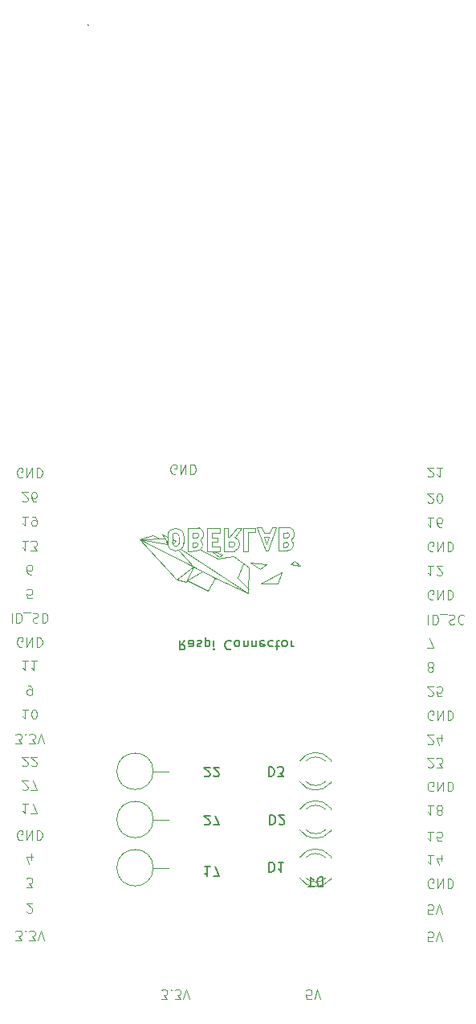
<source format=gbr>
%TF.GenerationSoftware,KiCad,Pcbnew,7.0.8*%
%TF.CreationDate,2025-03-02T05:57:02+01:00*%
%TF.ProjectId,Raspi-Connector,52617370-692d-4436-9f6e-6e6563746f72,rev?*%
%TF.SameCoordinates,Original*%
%TF.FileFunction,Legend,Bot*%
%TF.FilePolarity,Positive*%
%FSLAX46Y46*%
G04 Gerber Fmt 4.6, Leading zero omitted, Abs format (unit mm)*
G04 Created by KiCad (PCBNEW 7.0.8) date 2025-03-02 05:57:02*
%MOMM*%
%LPD*%
G01*
G04 APERTURE LIST*
%ADD10C,0.125000*%
%ADD11C,0.150000*%
%ADD12C,0.050000*%
%ADD13C,0.120000*%
%ADD14C,0.010000*%
G04 APERTURE END LIST*
D10*
X129145806Y-85188880D02*
X128574378Y-85188880D01*
X128860092Y-85188880D02*
X128860092Y-86188880D01*
X128860092Y-86188880D02*
X128764854Y-86046023D01*
X128764854Y-86046023D02*
X128669616Y-85950785D01*
X128669616Y-85950785D02*
X128574378Y-85903166D01*
X129479140Y-86188880D02*
X130098187Y-86188880D01*
X130098187Y-86188880D02*
X129764854Y-85807928D01*
X129764854Y-85807928D02*
X129907711Y-85807928D01*
X129907711Y-85807928D02*
X130002949Y-85760309D01*
X130002949Y-85760309D02*
X130050568Y-85712690D01*
X130050568Y-85712690D02*
X130098187Y-85617452D01*
X130098187Y-85617452D02*
X130098187Y-85379357D01*
X130098187Y-85379357D02*
X130050568Y-85284119D01*
X130050568Y-85284119D02*
X130002949Y-85236500D01*
X130002949Y-85236500D02*
X129907711Y-85188880D01*
X129907711Y-85188880D02*
X129621997Y-85188880D01*
X129621997Y-85188880D02*
X129526759Y-85236500D01*
X129526759Y-85236500D02*
X129479140Y-85284119D01*
X171913140Y-121754261D02*
X171817902Y-121801880D01*
X171817902Y-121801880D02*
X171675045Y-121801880D01*
X171675045Y-121801880D02*
X171532188Y-121754261D01*
X171532188Y-121754261D02*
X171436950Y-121659023D01*
X171436950Y-121659023D02*
X171389331Y-121563785D01*
X171389331Y-121563785D02*
X171341712Y-121373309D01*
X171341712Y-121373309D02*
X171341712Y-121230452D01*
X171341712Y-121230452D02*
X171389331Y-121039976D01*
X171389331Y-121039976D02*
X171436950Y-120944738D01*
X171436950Y-120944738D02*
X171532188Y-120849500D01*
X171532188Y-120849500D02*
X171675045Y-120801880D01*
X171675045Y-120801880D02*
X171770283Y-120801880D01*
X171770283Y-120801880D02*
X171913140Y-120849500D01*
X171913140Y-120849500D02*
X171960759Y-120897119D01*
X171960759Y-120897119D02*
X171960759Y-121230452D01*
X171960759Y-121230452D02*
X171770283Y-121230452D01*
X172389331Y-120801880D02*
X172389331Y-121801880D01*
X172389331Y-121801880D02*
X172960759Y-120801880D01*
X172960759Y-120801880D02*
X172960759Y-121801880D01*
X173436950Y-120801880D02*
X173436950Y-121801880D01*
X173436950Y-121801880D02*
X173675045Y-121801880D01*
X173675045Y-121801880D02*
X173817902Y-121754261D01*
X173817902Y-121754261D02*
X173913140Y-121659023D01*
X173913140Y-121659023D02*
X173960759Y-121563785D01*
X173960759Y-121563785D02*
X174008378Y-121373309D01*
X174008378Y-121373309D02*
X174008378Y-121230452D01*
X174008378Y-121230452D02*
X173960759Y-121039976D01*
X173960759Y-121039976D02*
X173913140Y-120944738D01*
X173913140Y-120944738D02*
X173817902Y-120849500D01*
X173817902Y-120849500D02*
X173675045Y-120801880D01*
X173675045Y-120801880D02*
X173436950Y-120801880D01*
X129145807Y-100438880D02*
X129336283Y-100438880D01*
X129336283Y-100438880D02*
X129431521Y-100486500D01*
X129431521Y-100486500D02*
X129479140Y-100534119D01*
X129479140Y-100534119D02*
X129574378Y-100676976D01*
X129574378Y-100676976D02*
X129621997Y-100867452D01*
X129621997Y-100867452D02*
X129621997Y-101248404D01*
X129621997Y-101248404D02*
X129574378Y-101343642D01*
X129574378Y-101343642D02*
X129526759Y-101391261D01*
X129526759Y-101391261D02*
X129431521Y-101438880D01*
X129431521Y-101438880D02*
X129241045Y-101438880D01*
X129241045Y-101438880D02*
X129145807Y-101391261D01*
X129145807Y-101391261D02*
X129098188Y-101343642D01*
X129098188Y-101343642D02*
X129050569Y-101248404D01*
X129050569Y-101248404D02*
X129050569Y-101010309D01*
X129050569Y-101010309D02*
X129098188Y-100915071D01*
X129098188Y-100915071D02*
X129145807Y-100867452D01*
X129145807Y-100867452D02*
X129241045Y-100819833D01*
X129241045Y-100819833D02*
X129431521Y-100819833D01*
X129431521Y-100819833D02*
X129526759Y-100867452D01*
X129526759Y-100867452D02*
X129574378Y-100915071D01*
X129574378Y-100915071D02*
X129621997Y-101010309D01*
X171913140Y-113041880D02*
X171341712Y-113041880D01*
X171627426Y-113041880D02*
X171627426Y-114041880D01*
X171627426Y-114041880D02*
X171532188Y-113899023D01*
X171532188Y-113899023D02*
X171436950Y-113803785D01*
X171436950Y-113803785D02*
X171341712Y-113756166D01*
X172484569Y-113613309D02*
X172389331Y-113660928D01*
X172389331Y-113660928D02*
X172341712Y-113708547D01*
X172341712Y-113708547D02*
X172294093Y-113803785D01*
X172294093Y-113803785D02*
X172294093Y-113851404D01*
X172294093Y-113851404D02*
X172341712Y-113946642D01*
X172341712Y-113946642D02*
X172389331Y-113994261D01*
X172389331Y-113994261D02*
X172484569Y-114041880D01*
X172484569Y-114041880D02*
X172675045Y-114041880D01*
X172675045Y-114041880D02*
X172770283Y-113994261D01*
X172770283Y-113994261D02*
X172817902Y-113946642D01*
X172817902Y-113946642D02*
X172865521Y-113851404D01*
X172865521Y-113851404D02*
X172865521Y-113803785D01*
X172865521Y-113803785D02*
X172817902Y-113708547D01*
X172817902Y-113708547D02*
X172770283Y-113660928D01*
X172770283Y-113660928D02*
X172675045Y-113613309D01*
X172675045Y-113613309D02*
X172484569Y-113613309D01*
X172484569Y-113613309D02*
X172389331Y-113565690D01*
X172389331Y-113565690D02*
X172341712Y-113518071D01*
X172341712Y-113518071D02*
X172294093Y-113422833D01*
X172294093Y-113422833D02*
X172294093Y-113232357D01*
X172294093Y-113232357D02*
X172341712Y-113137119D01*
X172341712Y-113137119D02*
X172389331Y-113089500D01*
X172389331Y-113089500D02*
X172484569Y-113041880D01*
X172484569Y-113041880D02*
X172675045Y-113041880D01*
X172675045Y-113041880D02*
X172770283Y-113089500D01*
X172770283Y-113089500D02*
X172817902Y-113137119D01*
X172817902Y-113137119D02*
X172865521Y-113232357D01*
X172865521Y-113232357D02*
X172865521Y-113422833D01*
X172865521Y-113422833D02*
X172817902Y-113518071D01*
X172817902Y-113518071D02*
X172770283Y-113565690D01*
X172770283Y-113565690D02*
X172675045Y-113613309D01*
X171913140Y-115831880D02*
X171341712Y-115831880D01*
X171627426Y-115831880D02*
X171627426Y-116831880D01*
X171627426Y-116831880D02*
X171532188Y-116689023D01*
X171532188Y-116689023D02*
X171436950Y-116593785D01*
X171436950Y-116593785D02*
X171341712Y-116546166D01*
X172817902Y-116831880D02*
X172341712Y-116831880D01*
X172341712Y-116831880D02*
X172294093Y-116355690D01*
X172294093Y-116355690D02*
X172341712Y-116403309D01*
X172341712Y-116403309D02*
X172436950Y-116450928D01*
X172436950Y-116450928D02*
X172675045Y-116450928D01*
X172675045Y-116450928D02*
X172770283Y-116403309D01*
X172770283Y-116403309D02*
X172817902Y-116355690D01*
X172817902Y-116355690D02*
X172865521Y-116260452D01*
X172865521Y-116260452D02*
X172865521Y-116022357D01*
X172865521Y-116022357D02*
X172817902Y-115927119D01*
X172817902Y-115927119D02*
X172770283Y-115879500D01*
X172770283Y-115879500D02*
X172675045Y-115831880D01*
X172675045Y-115831880D02*
X172436950Y-115831880D01*
X172436950Y-115831880D02*
X172341712Y-115879500D01*
X172341712Y-115879500D02*
X172294093Y-115927119D01*
X127860093Y-106538880D02*
X128479140Y-106538880D01*
X128479140Y-106538880D02*
X128145807Y-106157928D01*
X128145807Y-106157928D02*
X128288664Y-106157928D01*
X128288664Y-106157928D02*
X128383902Y-106110309D01*
X128383902Y-106110309D02*
X128431521Y-106062690D01*
X128431521Y-106062690D02*
X128479140Y-105967452D01*
X128479140Y-105967452D02*
X128479140Y-105729357D01*
X128479140Y-105729357D02*
X128431521Y-105634119D01*
X128431521Y-105634119D02*
X128383902Y-105586500D01*
X128383902Y-105586500D02*
X128288664Y-105538880D01*
X128288664Y-105538880D02*
X128002950Y-105538880D01*
X128002950Y-105538880D02*
X127907712Y-105586500D01*
X127907712Y-105586500D02*
X127860093Y-105634119D01*
X128907712Y-105634119D02*
X128955331Y-105586500D01*
X128955331Y-105586500D02*
X128907712Y-105538880D01*
X128907712Y-105538880D02*
X128860093Y-105586500D01*
X128860093Y-105586500D02*
X128907712Y-105634119D01*
X128907712Y-105634119D02*
X128907712Y-105538880D01*
X129288664Y-106538880D02*
X129907711Y-106538880D01*
X129907711Y-106538880D02*
X129574378Y-106157928D01*
X129574378Y-106157928D02*
X129717235Y-106157928D01*
X129717235Y-106157928D02*
X129812473Y-106110309D01*
X129812473Y-106110309D02*
X129860092Y-106062690D01*
X129860092Y-106062690D02*
X129907711Y-105967452D01*
X129907711Y-105967452D02*
X129907711Y-105729357D01*
X129907711Y-105729357D02*
X129860092Y-105634119D01*
X129860092Y-105634119D02*
X129812473Y-105586500D01*
X129812473Y-105586500D02*
X129717235Y-105538880D01*
X129717235Y-105538880D02*
X129431521Y-105538880D01*
X129431521Y-105538880D02*
X129336283Y-105586500D01*
X129336283Y-105586500D02*
X129288664Y-105634119D01*
X130193426Y-106538880D02*
X130526759Y-105538880D01*
X130526759Y-105538880D02*
X130860092Y-106538880D01*
X129145806Y-82638880D02*
X128574378Y-82638880D01*
X128860092Y-82638880D02*
X128860092Y-83638880D01*
X128860092Y-83638880D02*
X128764854Y-83496023D01*
X128764854Y-83496023D02*
X128669616Y-83400785D01*
X128669616Y-83400785D02*
X128574378Y-83353166D01*
X129621997Y-82638880D02*
X129812473Y-82638880D01*
X129812473Y-82638880D02*
X129907711Y-82686500D01*
X129907711Y-82686500D02*
X129955330Y-82734119D01*
X129955330Y-82734119D02*
X130050568Y-82876976D01*
X130050568Y-82876976D02*
X130098187Y-83067452D01*
X130098187Y-83067452D02*
X130098187Y-83448404D01*
X130098187Y-83448404D02*
X130050568Y-83543642D01*
X130050568Y-83543642D02*
X130002949Y-83591261D01*
X130002949Y-83591261D02*
X129907711Y-83638880D01*
X129907711Y-83638880D02*
X129717235Y-83638880D01*
X129717235Y-83638880D02*
X129621997Y-83591261D01*
X129621997Y-83591261D02*
X129574378Y-83543642D01*
X129574378Y-83543642D02*
X129526759Y-83448404D01*
X129526759Y-83448404D02*
X129526759Y-83210309D01*
X129526759Y-83210309D02*
X129574378Y-83115071D01*
X129574378Y-83115071D02*
X129621997Y-83067452D01*
X129621997Y-83067452D02*
X129717235Y-83019833D01*
X129717235Y-83019833D02*
X129907711Y-83019833D01*
X129907711Y-83019833D02*
X130002949Y-83067452D01*
X130002949Y-83067452D02*
X130050568Y-83115071D01*
X130050568Y-83115071D02*
X130098187Y-83210309D01*
X129526759Y-118835547D02*
X129526759Y-118168880D01*
X129288664Y-119216500D02*
X129050569Y-118502214D01*
X129050569Y-118502214D02*
X129669616Y-118502214D01*
X171913140Y-87851880D02*
X171341712Y-87851880D01*
X171627426Y-87851880D02*
X171627426Y-88851880D01*
X171627426Y-88851880D02*
X171532188Y-88709023D01*
X171532188Y-88709023D02*
X171436950Y-88613785D01*
X171436950Y-88613785D02*
X171341712Y-88566166D01*
X172294093Y-88756642D02*
X172341712Y-88804261D01*
X172341712Y-88804261D02*
X172436950Y-88851880D01*
X172436950Y-88851880D02*
X172675045Y-88851880D01*
X172675045Y-88851880D02*
X172770283Y-88804261D01*
X172770283Y-88804261D02*
X172817902Y-88756642D01*
X172817902Y-88756642D02*
X172865521Y-88661404D01*
X172865521Y-88661404D02*
X172865521Y-88566166D01*
X172865521Y-88566166D02*
X172817902Y-88423309D01*
X172817902Y-88423309D02*
X172246474Y-87851880D01*
X172246474Y-87851880D02*
X172865521Y-87851880D01*
X144766140Y-78105261D02*
X144670902Y-78152880D01*
X144670902Y-78152880D02*
X144528045Y-78152880D01*
X144528045Y-78152880D02*
X144385188Y-78105261D01*
X144385188Y-78105261D02*
X144289950Y-78010023D01*
X144289950Y-78010023D02*
X144242331Y-77914785D01*
X144242331Y-77914785D02*
X144194712Y-77724309D01*
X144194712Y-77724309D02*
X144194712Y-77581452D01*
X144194712Y-77581452D02*
X144242331Y-77390976D01*
X144242331Y-77390976D02*
X144289950Y-77295738D01*
X144289950Y-77295738D02*
X144385188Y-77200500D01*
X144385188Y-77200500D02*
X144528045Y-77152880D01*
X144528045Y-77152880D02*
X144623283Y-77152880D01*
X144623283Y-77152880D02*
X144766140Y-77200500D01*
X144766140Y-77200500D02*
X144813759Y-77248119D01*
X144813759Y-77248119D02*
X144813759Y-77581452D01*
X144813759Y-77581452D02*
X144623283Y-77581452D01*
X145242331Y-77152880D02*
X145242331Y-78152880D01*
X145242331Y-78152880D02*
X145813759Y-77152880D01*
X145813759Y-77152880D02*
X145813759Y-78152880D01*
X146289950Y-77152880D02*
X146289950Y-78152880D01*
X146289950Y-78152880D02*
X146528045Y-78152880D01*
X146528045Y-78152880D02*
X146670902Y-78105261D01*
X146670902Y-78105261D02*
X146766140Y-78010023D01*
X146766140Y-78010023D02*
X146813759Y-77914785D01*
X146813759Y-77914785D02*
X146861378Y-77724309D01*
X146861378Y-77724309D02*
X146861378Y-77581452D01*
X146861378Y-77581452D02*
X146813759Y-77390976D01*
X146813759Y-77390976D02*
X146766140Y-77295738D01*
X146766140Y-77295738D02*
X146670902Y-77200500D01*
X146670902Y-77200500D02*
X146528045Y-77152880D01*
X146528045Y-77152880D02*
X146289950Y-77152880D01*
X127860093Y-127248880D02*
X128479140Y-127248880D01*
X128479140Y-127248880D02*
X128145807Y-126867928D01*
X128145807Y-126867928D02*
X128288664Y-126867928D01*
X128288664Y-126867928D02*
X128383902Y-126820309D01*
X128383902Y-126820309D02*
X128431521Y-126772690D01*
X128431521Y-126772690D02*
X128479140Y-126677452D01*
X128479140Y-126677452D02*
X128479140Y-126439357D01*
X128479140Y-126439357D02*
X128431521Y-126344119D01*
X128431521Y-126344119D02*
X128383902Y-126296500D01*
X128383902Y-126296500D02*
X128288664Y-126248880D01*
X128288664Y-126248880D02*
X128002950Y-126248880D01*
X128002950Y-126248880D02*
X127907712Y-126296500D01*
X127907712Y-126296500D02*
X127860093Y-126344119D01*
X128907712Y-126344119D02*
X128955331Y-126296500D01*
X128955331Y-126296500D02*
X128907712Y-126248880D01*
X128907712Y-126248880D02*
X128860093Y-126296500D01*
X128860093Y-126296500D02*
X128907712Y-126344119D01*
X128907712Y-126344119D02*
X128907712Y-126248880D01*
X129288664Y-127248880D02*
X129907711Y-127248880D01*
X129907711Y-127248880D02*
X129574378Y-126867928D01*
X129574378Y-126867928D02*
X129717235Y-126867928D01*
X129717235Y-126867928D02*
X129812473Y-126820309D01*
X129812473Y-126820309D02*
X129860092Y-126772690D01*
X129860092Y-126772690D02*
X129907711Y-126677452D01*
X129907711Y-126677452D02*
X129907711Y-126439357D01*
X129907711Y-126439357D02*
X129860092Y-126344119D01*
X129860092Y-126344119D02*
X129812473Y-126296500D01*
X129812473Y-126296500D02*
X129717235Y-126248880D01*
X129717235Y-126248880D02*
X129431521Y-126248880D01*
X129431521Y-126248880D02*
X129336283Y-126296500D01*
X129336283Y-126296500D02*
X129288664Y-126344119D01*
X130193426Y-127248880D02*
X130526759Y-126248880D01*
X130526759Y-126248880D02*
X130860092Y-127248880D01*
X129574378Y-91258880D02*
X129098188Y-91258880D01*
X129098188Y-91258880D02*
X129050569Y-90782690D01*
X129050569Y-90782690D02*
X129098188Y-90830309D01*
X129098188Y-90830309D02*
X129193426Y-90877928D01*
X129193426Y-90877928D02*
X129431521Y-90877928D01*
X129431521Y-90877928D02*
X129526759Y-90830309D01*
X129526759Y-90830309D02*
X129574378Y-90782690D01*
X129574378Y-90782690D02*
X129621997Y-90687452D01*
X129621997Y-90687452D02*
X129621997Y-90449357D01*
X129621997Y-90449357D02*
X129574378Y-90354119D01*
X129574378Y-90354119D02*
X129526759Y-90306500D01*
X129526759Y-90306500D02*
X129431521Y-90258880D01*
X129431521Y-90258880D02*
X129193426Y-90258880D01*
X129193426Y-90258880D02*
X129098188Y-90306500D01*
X129098188Y-90306500D02*
X129050569Y-90354119D01*
D11*
X154613905Y-119069180D02*
X154613905Y-120069180D01*
X154613905Y-120069180D02*
X154852000Y-120069180D01*
X154852000Y-120069180D02*
X154994857Y-120021561D01*
X154994857Y-120021561D02*
X155090095Y-119926323D01*
X155090095Y-119926323D02*
X155137714Y-119831085D01*
X155137714Y-119831085D02*
X155185333Y-119640609D01*
X155185333Y-119640609D02*
X155185333Y-119497752D01*
X155185333Y-119497752D02*
X155137714Y-119307276D01*
X155137714Y-119307276D02*
X155090095Y-119212038D01*
X155090095Y-119212038D02*
X154994857Y-119116800D01*
X154994857Y-119116800D02*
X154852000Y-119069180D01*
X154852000Y-119069180D02*
X154613905Y-119069180D01*
X156137714Y-119069180D02*
X155566286Y-119069180D01*
X155852000Y-119069180D02*
X155852000Y-120069180D01*
X155852000Y-120069180D02*
X155756762Y-119926323D01*
X155756762Y-119926323D02*
X155661524Y-119831085D01*
X155661524Y-119831085D02*
X155566286Y-119783466D01*
D10*
X143227093Y-133462880D02*
X143846140Y-133462880D01*
X143846140Y-133462880D02*
X143512807Y-133081928D01*
X143512807Y-133081928D02*
X143655664Y-133081928D01*
X143655664Y-133081928D02*
X143750902Y-133034309D01*
X143750902Y-133034309D02*
X143798521Y-132986690D01*
X143798521Y-132986690D02*
X143846140Y-132891452D01*
X143846140Y-132891452D02*
X143846140Y-132653357D01*
X143846140Y-132653357D02*
X143798521Y-132558119D01*
X143798521Y-132558119D02*
X143750902Y-132510500D01*
X143750902Y-132510500D02*
X143655664Y-132462880D01*
X143655664Y-132462880D02*
X143369950Y-132462880D01*
X143369950Y-132462880D02*
X143274712Y-132510500D01*
X143274712Y-132510500D02*
X143227093Y-132558119D01*
X144274712Y-132558119D02*
X144322331Y-132510500D01*
X144322331Y-132510500D02*
X144274712Y-132462880D01*
X144274712Y-132462880D02*
X144227093Y-132510500D01*
X144227093Y-132510500D02*
X144274712Y-132558119D01*
X144274712Y-132558119D02*
X144274712Y-132462880D01*
X144655664Y-133462880D02*
X145274711Y-133462880D01*
X145274711Y-133462880D02*
X144941378Y-133081928D01*
X144941378Y-133081928D02*
X145084235Y-133081928D01*
X145084235Y-133081928D02*
X145179473Y-133034309D01*
X145179473Y-133034309D02*
X145227092Y-132986690D01*
X145227092Y-132986690D02*
X145274711Y-132891452D01*
X145274711Y-132891452D02*
X145274711Y-132653357D01*
X145274711Y-132653357D02*
X145227092Y-132558119D01*
X145227092Y-132558119D02*
X145179473Y-132510500D01*
X145179473Y-132510500D02*
X145084235Y-132462880D01*
X145084235Y-132462880D02*
X144798521Y-132462880D01*
X144798521Y-132462880D02*
X144703283Y-132510500D01*
X144703283Y-132510500D02*
X144655664Y-132558119D01*
X145560426Y-133462880D02*
X145893759Y-132462880D01*
X145893759Y-132462880D02*
X146227092Y-133462880D01*
X128574378Y-78491261D02*
X128479140Y-78538880D01*
X128479140Y-78538880D02*
X128336283Y-78538880D01*
X128336283Y-78538880D02*
X128193426Y-78491261D01*
X128193426Y-78491261D02*
X128098188Y-78396023D01*
X128098188Y-78396023D02*
X128050569Y-78300785D01*
X128050569Y-78300785D02*
X128002950Y-78110309D01*
X128002950Y-78110309D02*
X128002950Y-77967452D01*
X128002950Y-77967452D02*
X128050569Y-77776976D01*
X128050569Y-77776976D02*
X128098188Y-77681738D01*
X128098188Y-77681738D02*
X128193426Y-77586500D01*
X128193426Y-77586500D02*
X128336283Y-77538880D01*
X128336283Y-77538880D02*
X128431521Y-77538880D01*
X128431521Y-77538880D02*
X128574378Y-77586500D01*
X128574378Y-77586500D02*
X128621997Y-77634119D01*
X128621997Y-77634119D02*
X128621997Y-77967452D01*
X128621997Y-77967452D02*
X128431521Y-77967452D01*
X129050569Y-77538880D02*
X129050569Y-78538880D01*
X129050569Y-78538880D02*
X129621997Y-77538880D01*
X129621997Y-77538880D02*
X129621997Y-78538880D01*
X130098188Y-77538880D02*
X130098188Y-78538880D01*
X130098188Y-78538880D02*
X130336283Y-78538880D01*
X130336283Y-78538880D02*
X130479140Y-78491261D01*
X130479140Y-78491261D02*
X130574378Y-78396023D01*
X130574378Y-78396023D02*
X130621997Y-78300785D01*
X130621997Y-78300785D02*
X130669616Y-78110309D01*
X130669616Y-78110309D02*
X130669616Y-77967452D01*
X130669616Y-77967452D02*
X130621997Y-77776976D01*
X130621997Y-77776976D02*
X130574378Y-77681738D01*
X130574378Y-77681738D02*
X130479140Y-77586500D01*
X130479140Y-77586500D02*
X130336283Y-77538880D01*
X130336283Y-77538880D02*
X130098188Y-77538880D01*
X127479140Y-92808880D02*
X127479140Y-93808880D01*
X127955330Y-92808880D02*
X127955330Y-93808880D01*
X127955330Y-93808880D02*
X128193425Y-93808880D01*
X128193425Y-93808880D02*
X128336282Y-93761261D01*
X128336282Y-93761261D02*
X128431520Y-93666023D01*
X128431520Y-93666023D02*
X128479139Y-93570785D01*
X128479139Y-93570785D02*
X128526758Y-93380309D01*
X128526758Y-93380309D02*
X128526758Y-93237452D01*
X128526758Y-93237452D02*
X128479139Y-93046976D01*
X128479139Y-93046976D02*
X128431520Y-92951738D01*
X128431520Y-92951738D02*
X128336282Y-92856500D01*
X128336282Y-92856500D02*
X128193425Y-92808880D01*
X128193425Y-92808880D02*
X127955330Y-92808880D01*
X128717235Y-92713642D02*
X129479139Y-92713642D01*
X129669616Y-92856500D02*
X129812473Y-92808880D01*
X129812473Y-92808880D02*
X130050568Y-92808880D01*
X130050568Y-92808880D02*
X130145806Y-92856500D01*
X130145806Y-92856500D02*
X130193425Y-92904119D01*
X130193425Y-92904119D02*
X130241044Y-92999357D01*
X130241044Y-92999357D02*
X130241044Y-93094595D01*
X130241044Y-93094595D02*
X130193425Y-93189833D01*
X130193425Y-93189833D02*
X130145806Y-93237452D01*
X130145806Y-93237452D02*
X130050568Y-93285071D01*
X130050568Y-93285071D02*
X129860092Y-93332690D01*
X129860092Y-93332690D02*
X129764854Y-93380309D01*
X129764854Y-93380309D02*
X129717235Y-93427928D01*
X129717235Y-93427928D02*
X129669616Y-93523166D01*
X129669616Y-93523166D02*
X129669616Y-93618404D01*
X129669616Y-93618404D02*
X129717235Y-93713642D01*
X129717235Y-93713642D02*
X129764854Y-93761261D01*
X129764854Y-93761261D02*
X129860092Y-93808880D01*
X129860092Y-93808880D02*
X130098187Y-93808880D01*
X130098187Y-93808880D02*
X130241044Y-93761261D01*
X130669616Y-92808880D02*
X130669616Y-93808880D01*
X130669616Y-93808880D02*
X130907711Y-93808880D01*
X130907711Y-93808880D02*
X131050568Y-93761261D01*
X131050568Y-93761261D02*
X131145806Y-93666023D01*
X131145806Y-93666023D02*
X131193425Y-93570785D01*
X131193425Y-93570785D02*
X131241044Y-93380309D01*
X131241044Y-93380309D02*
X131241044Y-93237452D01*
X131241044Y-93237452D02*
X131193425Y-93046976D01*
X131193425Y-93046976D02*
X131145806Y-92951738D01*
X131145806Y-92951738D02*
X131050568Y-92856500D01*
X131050568Y-92856500D02*
X130907711Y-92808880D01*
X130907711Y-92808880D02*
X130669616Y-92808880D01*
X171913140Y-118281880D02*
X171341712Y-118281880D01*
X171627426Y-118281880D02*
X171627426Y-119281880D01*
X171627426Y-119281880D02*
X171532188Y-119139023D01*
X171532188Y-119139023D02*
X171436950Y-119043785D01*
X171436950Y-119043785D02*
X171341712Y-118996166D01*
X172770283Y-118948547D02*
X172770283Y-118281880D01*
X172532188Y-119329500D02*
X172294093Y-118615214D01*
X172294093Y-118615214D02*
X172913140Y-118615214D01*
X128574378Y-108853642D02*
X128621997Y-108901261D01*
X128621997Y-108901261D02*
X128717235Y-108948880D01*
X128717235Y-108948880D02*
X128955330Y-108948880D01*
X128955330Y-108948880D02*
X129050568Y-108901261D01*
X129050568Y-108901261D02*
X129098187Y-108853642D01*
X129098187Y-108853642D02*
X129145806Y-108758404D01*
X129145806Y-108758404D02*
X129145806Y-108663166D01*
X129145806Y-108663166D02*
X129098187Y-108520309D01*
X129098187Y-108520309D02*
X128526759Y-107948880D01*
X128526759Y-107948880D02*
X129145806Y-107948880D01*
X129526759Y-108853642D02*
X129574378Y-108901261D01*
X129574378Y-108901261D02*
X129669616Y-108948880D01*
X129669616Y-108948880D02*
X129907711Y-108948880D01*
X129907711Y-108948880D02*
X130002949Y-108901261D01*
X130002949Y-108901261D02*
X130050568Y-108853642D01*
X130050568Y-108853642D02*
X130098187Y-108758404D01*
X130098187Y-108758404D02*
X130098187Y-108663166D01*
X130098187Y-108663166D02*
X130050568Y-108520309D01*
X130050568Y-108520309D02*
X129479140Y-107948880D01*
X129479140Y-107948880D02*
X130098187Y-107948880D01*
X171913140Y-111524261D02*
X171817902Y-111571880D01*
X171817902Y-111571880D02*
X171675045Y-111571880D01*
X171675045Y-111571880D02*
X171532188Y-111524261D01*
X171532188Y-111524261D02*
X171436950Y-111429023D01*
X171436950Y-111429023D02*
X171389331Y-111333785D01*
X171389331Y-111333785D02*
X171341712Y-111143309D01*
X171341712Y-111143309D02*
X171341712Y-111000452D01*
X171341712Y-111000452D02*
X171389331Y-110809976D01*
X171389331Y-110809976D02*
X171436950Y-110714738D01*
X171436950Y-110714738D02*
X171532188Y-110619500D01*
X171532188Y-110619500D02*
X171675045Y-110571880D01*
X171675045Y-110571880D02*
X171770283Y-110571880D01*
X171770283Y-110571880D02*
X171913140Y-110619500D01*
X171913140Y-110619500D02*
X171960759Y-110667119D01*
X171960759Y-110667119D02*
X171960759Y-111000452D01*
X171960759Y-111000452D02*
X171770283Y-111000452D01*
X172389331Y-110571880D02*
X172389331Y-111571880D01*
X172389331Y-111571880D02*
X172960759Y-110571880D01*
X172960759Y-110571880D02*
X172960759Y-111571880D01*
X173436950Y-110571880D02*
X173436950Y-111571880D01*
X173436950Y-111571880D02*
X173675045Y-111571880D01*
X173675045Y-111571880D02*
X173817902Y-111524261D01*
X173817902Y-111524261D02*
X173913140Y-111429023D01*
X173913140Y-111429023D02*
X173960759Y-111333785D01*
X173960759Y-111333785D02*
X174008378Y-111143309D01*
X174008378Y-111143309D02*
X174008378Y-111000452D01*
X174008378Y-111000452D02*
X173960759Y-110809976D01*
X173960759Y-110809976D02*
X173913140Y-110714738D01*
X173913140Y-110714738D02*
X173817902Y-110619500D01*
X173817902Y-110619500D02*
X173675045Y-110571880D01*
X173675045Y-110571880D02*
X173436950Y-110571880D01*
X171865521Y-124481880D02*
X171389331Y-124481880D01*
X171389331Y-124481880D02*
X171341712Y-124005690D01*
X171341712Y-124005690D02*
X171389331Y-124053309D01*
X171389331Y-124053309D02*
X171484569Y-124100928D01*
X171484569Y-124100928D02*
X171722664Y-124100928D01*
X171722664Y-124100928D02*
X171817902Y-124053309D01*
X171817902Y-124053309D02*
X171865521Y-124005690D01*
X171865521Y-124005690D02*
X171913140Y-123910452D01*
X171913140Y-123910452D02*
X171913140Y-123672357D01*
X171913140Y-123672357D02*
X171865521Y-123577119D01*
X171865521Y-123577119D02*
X171817902Y-123529500D01*
X171817902Y-123529500D02*
X171722664Y-123481880D01*
X171722664Y-123481880D02*
X171484569Y-123481880D01*
X171484569Y-123481880D02*
X171389331Y-123529500D01*
X171389331Y-123529500D02*
X171341712Y-123577119D01*
X172198855Y-124481880D02*
X172532188Y-123481880D01*
X172532188Y-123481880D02*
X172865521Y-124481880D01*
X128574378Y-80983642D02*
X128621997Y-81031261D01*
X128621997Y-81031261D02*
X128717235Y-81078880D01*
X128717235Y-81078880D02*
X128955330Y-81078880D01*
X128955330Y-81078880D02*
X129050568Y-81031261D01*
X129050568Y-81031261D02*
X129098187Y-80983642D01*
X129098187Y-80983642D02*
X129145806Y-80888404D01*
X129145806Y-80888404D02*
X129145806Y-80793166D01*
X129145806Y-80793166D02*
X129098187Y-80650309D01*
X129098187Y-80650309D02*
X128526759Y-80078880D01*
X128526759Y-80078880D02*
X129145806Y-80078880D01*
X130002949Y-81078880D02*
X129812473Y-81078880D01*
X129812473Y-81078880D02*
X129717235Y-81031261D01*
X129717235Y-81031261D02*
X129669616Y-80983642D01*
X129669616Y-80983642D02*
X129574378Y-80840785D01*
X129574378Y-80840785D02*
X129526759Y-80650309D01*
X129526759Y-80650309D02*
X129526759Y-80269357D01*
X129526759Y-80269357D02*
X129574378Y-80174119D01*
X129574378Y-80174119D02*
X129621997Y-80126500D01*
X129621997Y-80126500D02*
X129717235Y-80078880D01*
X129717235Y-80078880D02*
X129907711Y-80078880D01*
X129907711Y-80078880D02*
X130002949Y-80126500D01*
X130002949Y-80126500D02*
X130050568Y-80174119D01*
X130050568Y-80174119D02*
X130098187Y-80269357D01*
X130098187Y-80269357D02*
X130098187Y-80507452D01*
X130098187Y-80507452D02*
X130050568Y-80602690D01*
X130050568Y-80602690D02*
X130002949Y-80650309D01*
X130002949Y-80650309D02*
X129907711Y-80697928D01*
X129907711Y-80697928D02*
X129717235Y-80697928D01*
X129717235Y-80697928D02*
X129621997Y-80650309D01*
X129621997Y-80650309D02*
X129574378Y-80602690D01*
X129574378Y-80602690D02*
X129526759Y-80507452D01*
D11*
X154709905Y-114099180D02*
X154709905Y-115099180D01*
X154709905Y-115099180D02*
X154948000Y-115099180D01*
X154948000Y-115099180D02*
X155090857Y-115051561D01*
X155090857Y-115051561D02*
X155186095Y-114956323D01*
X155186095Y-114956323D02*
X155233714Y-114861085D01*
X155233714Y-114861085D02*
X155281333Y-114670609D01*
X155281333Y-114670609D02*
X155281333Y-114527752D01*
X155281333Y-114527752D02*
X155233714Y-114337276D01*
X155233714Y-114337276D02*
X155186095Y-114242038D01*
X155186095Y-114242038D02*
X155090857Y-114146800D01*
X155090857Y-114146800D02*
X154948000Y-114099180D01*
X154948000Y-114099180D02*
X154709905Y-114099180D01*
X155662286Y-115003942D02*
X155709905Y-115051561D01*
X155709905Y-115051561D02*
X155805143Y-115099180D01*
X155805143Y-115099180D02*
X156043238Y-115099180D01*
X156043238Y-115099180D02*
X156138476Y-115051561D01*
X156138476Y-115051561D02*
X156186095Y-115003942D01*
X156186095Y-115003942D02*
X156233714Y-114908704D01*
X156233714Y-114908704D02*
X156233714Y-114813466D01*
X156233714Y-114813466D02*
X156186095Y-114670609D01*
X156186095Y-114670609D02*
X155614667Y-114099180D01*
X155614667Y-114099180D02*
X156233714Y-114099180D01*
D10*
X129526759Y-88738880D02*
X129336283Y-88738880D01*
X129336283Y-88738880D02*
X129241045Y-88691261D01*
X129241045Y-88691261D02*
X129193426Y-88643642D01*
X129193426Y-88643642D02*
X129098188Y-88500785D01*
X129098188Y-88500785D02*
X129050569Y-88310309D01*
X129050569Y-88310309D02*
X129050569Y-87929357D01*
X129050569Y-87929357D02*
X129098188Y-87834119D01*
X129098188Y-87834119D02*
X129145807Y-87786500D01*
X129145807Y-87786500D02*
X129241045Y-87738880D01*
X129241045Y-87738880D02*
X129431521Y-87738880D01*
X129431521Y-87738880D02*
X129526759Y-87786500D01*
X129526759Y-87786500D02*
X129574378Y-87834119D01*
X129574378Y-87834119D02*
X129621997Y-87929357D01*
X129621997Y-87929357D02*
X129621997Y-88167452D01*
X129621997Y-88167452D02*
X129574378Y-88262690D01*
X129574378Y-88262690D02*
X129526759Y-88310309D01*
X129526759Y-88310309D02*
X129431521Y-88357928D01*
X129431521Y-88357928D02*
X129241045Y-88357928D01*
X129241045Y-88357928D02*
X129145807Y-88310309D01*
X129145807Y-88310309D02*
X129098188Y-88262690D01*
X129098188Y-88262690D02*
X129050569Y-88167452D01*
X171913140Y-104024261D02*
X171817902Y-104071880D01*
X171817902Y-104071880D02*
X171675045Y-104071880D01*
X171675045Y-104071880D02*
X171532188Y-104024261D01*
X171532188Y-104024261D02*
X171436950Y-103929023D01*
X171436950Y-103929023D02*
X171389331Y-103833785D01*
X171389331Y-103833785D02*
X171341712Y-103643309D01*
X171341712Y-103643309D02*
X171341712Y-103500452D01*
X171341712Y-103500452D02*
X171389331Y-103309976D01*
X171389331Y-103309976D02*
X171436950Y-103214738D01*
X171436950Y-103214738D02*
X171532188Y-103119500D01*
X171532188Y-103119500D02*
X171675045Y-103071880D01*
X171675045Y-103071880D02*
X171770283Y-103071880D01*
X171770283Y-103071880D02*
X171913140Y-103119500D01*
X171913140Y-103119500D02*
X171960759Y-103167119D01*
X171960759Y-103167119D02*
X171960759Y-103500452D01*
X171960759Y-103500452D02*
X171770283Y-103500452D01*
X172389331Y-103071880D02*
X172389331Y-104071880D01*
X172389331Y-104071880D02*
X172960759Y-103071880D01*
X172960759Y-103071880D02*
X172960759Y-104071880D01*
X173436950Y-103071880D02*
X173436950Y-104071880D01*
X173436950Y-104071880D02*
X173675045Y-104071880D01*
X173675045Y-104071880D02*
X173817902Y-104024261D01*
X173817902Y-104024261D02*
X173913140Y-103929023D01*
X173913140Y-103929023D02*
X173960759Y-103833785D01*
X173960759Y-103833785D02*
X174008378Y-103643309D01*
X174008378Y-103643309D02*
X174008378Y-103500452D01*
X174008378Y-103500452D02*
X173960759Y-103309976D01*
X173960759Y-103309976D02*
X173913140Y-103214738D01*
X173913140Y-103214738D02*
X173817902Y-103119500D01*
X173817902Y-103119500D02*
X173675045Y-103071880D01*
X173675045Y-103071880D02*
X173436950Y-103071880D01*
X171389331Y-92981880D02*
X171389331Y-93981880D01*
X171865521Y-92981880D02*
X171865521Y-93981880D01*
X171865521Y-93981880D02*
X172103616Y-93981880D01*
X172103616Y-93981880D02*
X172246473Y-93934261D01*
X172246473Y-93934261D02*
X172341711Y-93839023D01*
X172341711Y-93839023D02*
X172389330Y-93743785D01*
X172389330Y-93743785D02*
X172436949Y-93553309D01*
X172436949Y-93553309D02*
X172436949Y-93410452D01*
X172436949Y-93410452D02*
X172389330Y-93219976D01*
X172389330Y-93219976D02*
X172341711Y-93124738D01*
X172341711Y-93124738D02*
X172246473Y-93029500D01*
X172246473Y-93029500D02*
X172103616Y-92981880D01*
X172103616Y-92981880D02*
X171865521Y-92981880D01*
X172627426Y-92886642D02*
X173389330Y-92886642D01*
X173579807Y-93029500D02*
X173722664Y-92981880D01*
X173722664Y-92981880D02*
X173960759Y-92981880D01*
X173960759Y-92981880D02*
X174055997Y-93029500D01*
X174055997Y-93029500D02*
X174103616Y-93077119D01*
X174103616Y-93077119D02*
X174151235Y-93172357D01*
X174151235Y-93172357D02*
X174151235Y-93267595D01*
X174151235Y-93267595D02*
X174103616Y-93362833D01*
X174103616Y-93362833D02*
X174055997Y-93410452D01*
X174055997Y-93410452D02*
X173960759Y-93458071D01*
X173960759Y-93458071D02*
X173770283Y-93505690D01*
X173770283Y-93505690D02*
X173675045Y-93553309D01*
X173675045Y-93553309D02*
X173627426Y-93600928D01*
X173627426Y-93600928D02*
X173579807Y-93696166D01*
X173579807Y-93696166D02*
X173579807Y-93791404D01*
X173579807Y-93791404D02*
X173627426Y-93886642D01*
X173627426Y-93886642D02*
X173675045Y-93934261D01*
X173675045Y-93934261D02*
X173770283Y-93981880D01*
X173770283Y-93981880D02*
X174008378Y-93981880D01*
X174008378Y-93981880D02*
X174151235Y-93934261D01*
X175151235Y-93077119D02*
X175103616Y-93029500D01*
X175103616Y-93029500D02*
X174960759Y-92981880D01*
X174960759Y-92981880D02*
X174865521Y-92981880D01*
X174865521Y-92981880D02*
X174722664Y-93029500D01*
X174722664Y-93029500D02*
X174627426Y-93124738D01*
X174627426Y-93124738D02*
X174579807Y-93219976D01*
X174579807Y-93219976D02*
X174532188Y-93410452D01*
X174532188Y-93410452D02*
X174532188Y-93553309D01*
X174532188Y-93553309D02*
X174579807Y-93743785D01*
X174579807Y-93743785D02*
X174627426Y-93839023D01*
X174627426Y-93839023D02*
X174722664Y-93934261D01*
X174722664Y-93934261D02*
X174865521Y-93981880D01*
X174865521Y-93981880D02*
X174960759Y-93981880D01*
X174960759Y-93981880D02*
X175103616Y-93934261D01*
X175103616Y-93934261D02*
X175151235Y-93886642D01*
X128574378Y-96311261D02*
X128479140Y-96358880D01*
X128479140Y-96358880D02*
X128336283Y-96358880D01*
X128336283Y-96358880D02*
X128193426Y-96311261D01*
X128193426Y-96311261D02*
X128098188Y-96216023D01*
X128098188Y-96216023D02*
X128050569Y-96120785D01*
X128050569Y-96120785D02*
X128002950Y-95930309D01*
X128002950Y-95930309D02*
X128002950Y-95787452D01*
X128002950Y-95787452D02*
X128050569Y-95596976D01*
X128050569Y-95596976D02*
X128098188Y-95501738D01*
X128098188Y-95501738D02*
X128193426Y-95406500D01*
X128193426Y-95406500D02*
X128336283Y-95358880D01*
X128336283Y-95358880D02*
X128431521Y-95358880D01*
X128431521Y-95358880D02*
X128574378Y-95406500D01*
X128574378Y-95406500D02*
X128621997Y-95454119D01*
X128621997Y-95454119D02*
X128621997Y-95787452D01*
X128621997Y-95787452D02*
X128431521Y-95787452D01*
X129050569Y-95358880D02*
X129050569Y-96358880D01*
X129050569Y-96358880D02*
X129621997Y-95358880D01*
X129621997Y-95358880D02*
X129621997Y-96358880D01*
X130098188Y-95358880D02*
X130098188Y-96358880D01*
X130098188Y-96358880D02*
X130336283Y-96358880D01*
X130336283Y-96358880D02*
X130479140Y-96311261D01*
X130479140Y-96311261D02*
X130574378Y-96216023D01*
X130574378Y-96216023D02*
X130621997Y-96120785D01*
X130621997Y-96120785D02*
X130669616Y-95930309D01*
X130669616Y-95930309D02*
X130669616Y-95787452D01*
X130669616Y-95787452D02*
X130621997Y-95596976D01*
X130621997Y-95596976D02*
X130574378Y-95501738D01*
X130574378Y-95501738D02*
X130479140Y-95406500D01*
X130479140Y-95406500D02*
X130336283Y-95358880D01*
X130336283Y-95358880D02*
X130098188Y-95358880D01*
X129050569Y-124273642D02*
X129098188Y-124321261D01*
X129098188Y-124321261D02*
X129193426Y-124368880D01*
X129193426Y-124368880D02*
X129431521Y-124368880D01*
X129431521Y-124368880D02*
X129526759Y-124321261D01*
X129526759Y-124321261D02*
X129574378Y-124273642D01*
X129574378Y-124273642D02*
X129621997Y-124178404D01*
X129621997Y-124178404D02*
X129621997Y-124083166D01*
X129621997Y-124083166D02*
X129574378Y-123940309D01*
X129574378Y-123940309D02*
X129002950Y-123368880D01*
X129002950Y-123368880D02*
X129621997Y-123368880D01*
X171294093Y-96471880D02*
X171960759Y-96471880D01*
X171960759Y-96471880D02*
X171532188Y-95471880D01*
X171532188Y-98543309D02*
X171436950Y-98590928D01*
X171436950Y-98590928D02*
X171389331Y-98638547D01*
X171389331Y-98638547D02*
X171341712Y-98733785D01*
X171341712Y-98733785D02*
X171341712Y-98781404D01*
X171341712Y-98781404D02*
X171389331Y-98876642D01*
X171389331Y-98876642D02*
X171436950Y-98924261D01*
X171436950Y-98924261D02*
X171532188Y-98971880D01*
X171532188Y-98971880D02*
X171722664Y-98971880D01*
X171722664Y-98971880D02*
X171817902Y-98924261D01*
X171817902Y-98924261D02*
X171865521Y-98876642D01*
X171865521Y-98876642D02*
X171913140Y-98781404D01*
X171913140Y-98781404D02*
X171913140Y-98733785D01*
X171913140Y-98733785D02*
X171865521Y-98638547D01*
X171865521Y-98638547D02*
X171817902Y-98590928D01*
X171817902Y-98590928D02*
X171722664Y-98543309D01*
X171722664Y-98543309D02*
X171532188Y-98543309D01*
X171532188Y-98543309D02*
X171436950Y-98495690D01*
X171436950Y-98495690D02*
X171389331Y-98448071D01*
X171389331Y-98448071D02*
X171341712Y-98352833D01*
X171341712Y-98352833D02*
X171341712Y-98162357D01*
X171341712Y-98162357D02*
X171389331Y-98067119D01*
X171389331Y-98067119D02*
X171436950Y-98019500D01*
X171436950Y-98019500D02*
X171532188Y-97971880D01*
X171532188Y-97971880D02*
X171722664Y-97971880D01*
X171722664Y-97971880D02*
X171817902Y-98019500D01*
X171817902Y-98019500D02*
X171865521Y-98067119D01*
X171865521Y-98067119D02*
X171913140Y-98162357D01*
X171913140Y-98162357D02*
X171913140Y-98352833D01*
X171913140Y-98352833D02*
X171865521Y-98448071D01*
X171865521Y-98448071D02*
X171817902Y-98495690D01*
X171817902Y-98495690D02*
X171722664Y-98543309D01*
X171341712Y-78376642D02*
X171389331Y-78424261D01*
X171389331Y-78424261D02*
X171484569Y-78471880D01*
X171484569Y-78471880D02*
X171722664Y-78471880D01*
X171722664Y-78471880D02*
X171817902Y-78424261D01*
X171817902Y-78424261D02*
X171865521Y-78376642D01*
X171865521Y-78376642D02*
X171913140Y-78281404D01*
X171913140Y-78281404D02*
X171913140Y-78186166D01*
X171913140Y-78186166D02*
X171865521Y-78043309D01*
X171865521Y-78043309D02*
X171294093Y-77471880D01*
X171294093Y-77471880D02*
X171913140Y-77471880D01*
X172865521Y-77471880D02*
X172294093Y-77471880D01*
X172579807Y-77471880D02*
X172579807Y-78471880D01*
X172579807Y-78471880D02*
X172484569Y-78329023D01*
X172484569Y-78329023D02*
X172389331Y-78233785D01*
X172389331Y-78233785D02*
X172294093Y-78186166D01*
X171341712Y-108966642D02*
X171389331Y-109014261D01*
X171389331Y-109014261D02*
X171484569Y-109061880D01*
X171484569Y-109061880D02*
X171722664Y-109061880D01*
X171722664Y-109061880D02*
X171817902Y-109014261D01*
X171817902Y-109014261D02*
X171865521Y-108966642D01*
X171865521Y-108966642D02*
X171913140Y-108871404D01*
X171913140Y-108871404D02*
X171913140Y-108776166D01*
X171913140Y-108776166D02*
X171865521Y-108633309D01*
X171865521Y-108633309D02*
X171294093Y-108061880D01*
X171294093Y-108061880D02*
X171913140Y-108061880D01*
X172246474Y-109061880D02*
X172865521Y-109061880D01*
X172865521Y-109061880D02*
X172532188Y-108680928D01*
X172532188Y-108680928D02*
X172675045Y-108680928D01*
X172675045Y-108680928D02*
X172770283Y-108633309D01*
X172770283Y-108633309D02*
X172817902Y-108585690D01*
X172817902Y-108585690D02*
X172865521Y-108490452D01*
X172865521Y-108490452D02*
X172865521Y-108252357D01*
X172865521Y-108252357D02*
X172817902Y-108157119D01*
X172817902Y-108157119D02*
X172770283Y-108109500D01*
X172770283Y-108109500D02*
X172675045Y-108061880D01*
X172675045Y-108061880D02*
X172389331Y-108061880D01*
X172389331Y-108061880D02*
X172294093Y-108109500D01*
X172294093Y-108109500D02*
X172246474Y-108157119D01*
X128574378Y-116671261D02*
X128479140Y-116718880D01*
X128479140Y-116718880D02*
X128336283Y-116718880D01*
X128336283Y-116718880D02*
X128193426Y-116671261D01*
X128193426Y-116671261D02*
X128098188Y-116576023D01*
X128098188Y-116576023D02*
X128050569Y-116480785D01*
X128050569Y-116480785D02*
X128002950Y-116290309D01*
X128002950Y-116290309D02*
X128002950Y-116147452D01*
X128002950Y-116147452D02*
X128050569Y-115956976D01*
X128050569Y-115956976D02*
X128098188Y-115861738D01*
X128098188Y-115861738D02*
X128193426Y-115766500D01*
X128193426Y-115766500D02*
X128336283Y-115718880D01*
X128336283Y-115718880D02*
X128431521Y-115718880D01*
X128431521Y-115718880D02*
X128574378Y-115766500D01*
X128574378Y-115766500D02*
X128621997Y-115814119D01*
X128621997Y-115814119D02*
X128621997Y-116147452D01*
X128621997Y-116147452D02*
X128431521Y-116147452D01*
X129050569Y-115718880D02*
X129050569Y-116718880D01*
X129050569Y-116718880D02*
X129621997Y-115718880D01*
X129621997Y-115718880D02*
X129621997Y-116718880D01*
X130098188Y-115718880D02*
X130098188Y-116718880D01*
X130098188Y-116718880D02*
X130336283Y-116718880D01*
X130336283Y-116718880D02*
X130479140Y-116671261D01*
X130479140Y-116671261D02*
X130574378Y-116576023D01*
X130574378Y-116576023D02*
X130621997Y-116480785D01*
X130621997Y-116480785D02*
X130669616Y-116290309D01*
X130669616Y-116290309D02*
X130669616Y-116147452D01*
X130669616Y-116147452D02*
X130621997Y-115956976D01*
X130621997Y-115956976D02*
X130574378Y-115861738D01*
X130574378Y-115861738D02*
X130479140Y-115766500D01*
X130479140Y-115766500D02*
X130336283Y-115718880D01*
X130336283Y-115718880D02*
X130098188Y-115718880D01*
D11*
X154582905Y-109019180D02*
X154582905Y-110019180D01*
X154582905Y-110019180D02*
X154821000Y-110019180D01*
X154821000Y-110019180D02*
X154963857Y-109971561D01*
X154963857Y-109971561D02*
X155059095Y-109876323D01*
X155059095Y-109876323D02*
X155106714Y-109781085D01*
X155106714Y-109781085D02*
X155154333Y-109590609D01*
X155154333Y-109590609D02*
X155154333Y-109447752D01*
X155154333Y-109447752D02*
X155106714Y-109257276D01*
X155106714Y-109257276D02*
X155059095Y-109162038D01*
X155059095Y-109162038D02*
X154963857Y-109066800D01*
X154963857Y-109066800D02*
X154821000Y-109019180D01*
X154821000Y-109019180D02*
X154582905Y-109019180D01*
X155487667Y-110019180D02*
X156106714Y-110019180D01*
X156106714Y-110019180D02*
X155773381Y-109638228D01*
X155773381Y-109638228D02*
X155916238Y-109638228D01*
X155916238Y-109638228D02*
X156011476Y-109590609D01*
X156011476Y-109590609D02*
X156059095Y-109542990D01*
X156059095Y-109542990D02*
X156106714Y-109447752D01*
X156106714Y-109447752D02*
X156106714Y-109209657D01*
X156106714Y-109209657D02*
X156059095Y-109114419D01*
X156059095Y-109114419D02*
X156011476Y-109066800D01*
X156011476Y-109066800D02*
X155916238Y-109019180D01*
X155916238Y-109019180D02*
X155630524Y-109019180D01*
X155630524Y-109019180D02*
X155535286Y-109066800D01*
X155535286Y-109066800D02*
X155487667Y-109114419D01*
D10*
X129145806Y-112928880D02*
X128574378Y-112928880D01*
X128860092Y-112928880D02*
X128860092Y-113928880D01*
X128860092Y-113928880D02*
X128764854Y-113786023D01*
X128764854Y-113786023D02*
X128669616Y-113690785D01*
X128669616Y-113690785D02*
X128574378Y-113643166D01*
X129479140Y-113928880D02*
X130145806Y-113928880D01*
X130145806Y-113928880D02*
X129717235Y-112928880D01*
X129145806Y-97858880D02*
X128574378Y-97858880D01*
X128860092Y-97858880D02*
X128860092Y-98858880D01*
X128860092Y-98858880D02*
X128764854Y-98716023D01*
X128764854Y-98716023D02*
X128669616Y-98620785D01*
X128669616Y-98620785D02*
X128574378Y-98573166D01*
X130098187Y-97858880D02*
X129526759Y-97858880D01*
X129812473Y-97858880D02*
X129812473Y-98858880D01*
X129812473Y-98858880D02*
X129717235Y-98716023D01*
X129717235Y-98716023D02*
X129621997Y-98620785D01*
X129621997Y-98620785D02*
X129526759Y-98573166D01*
X171913140Y-86254261D02*
X171817902Y-86301880D01*
X171817902Y-86301880D02*
X171675045Y-86301880D01*
X171675045Y-86301880D02*
X171532188Y-86254261D01*
X171532188Y-86254261D02*
X171436950Y-86159023D01*
X171436950Y-86159023D02*
X171389331Y-86063785D01*
X171389331Y-86063785D02*
X171341712Y-85873309D01*
X171341712Y-85873309D02*
X171341712Y-85730452D01*
X171341712Y-85730452D02*
X171389331Y-85539976D01*
X171389331Y-85539976D02*
X171436950Y-85444738D01*
X171436950Y-85444738D02*
X171532188Y-85349500D01*
X171532188Y-85349500D02*
X171675045Y-85301880D01*
X171675045Y-85301880D02*
X171770283Y-85301880D01*
X171770283Y-85301880D02*
X171913140Y-85349500D01*
X171913140Y-85349500D02*
X171960759Y-85397119D01*
X171960759Y-85397119D02*
X171960759Y-85730452D01*
X171960759Y-85730452D02*
X171770283Y-85730452D01*
X172389331Y-85301880D02*
X172389331Y-86301880D01*
X172389331Y-86301880D02*
X172960759Y-85301880D01*
X172960759Y-85301880D02*
X172960759Y-86301880D01*
X173436950Y-85301880D02*
X173436950Y-86301880D01*
X173436950Y-86301880D02*
X173675045Y-86301880D01*
X173675045Y-86301880D02*
X173817902Y-86254261D01*
X173817902Y-86254261D02*
X173913140Y-86159023D01*
X173913140Y-86159023D02*
X173960759Y-86063785D01*
X173960759Y-86063785D02*
X174008378Y-85873309D01*
X174008378Y-85873309D02*
X174008378Y-85730452D01*
X174008378Y-85730452D02*
X173960759Y-85539976D01*
X173960759Y-85539976D02*
X173913140Y-85444738D01*
X173913140Y-85444738D02*
X173817902Y-85349500D01*
X173817902Y-85349500D02*
X173675045Y-85301880D01*
X173675045Y-85301880D02*
X173436950Y-85301880D01*
X171913140Y-82751880D02*
X171341712Y-82751880D01*
X171627426Y-82751880D02*
X171627426Y-83751880D01*
X171627426Y-83751880D02*
X171532188Y-83609023D01*
X171532188Y-83609023D02*
X171436950Y-83513785D01*
X171436950Y-83513785D02*
X171341712Y-83466166D01*
X172770283Y-83751880D02*
X172579807Y-83751880D01*
X172579807Y-83751880D02*
X172484569Y-83704261D01*
X172484569Y-83704261D02*
X172436950Y-83656642D01*
X172436950Y-83656642D02*
X172341712Y-83513785D01*
X172341712Y-83513785D02*
X172294093Y-83323309D01*
X172294093Y-83323309D02*
X172294093Y-82942357D01*
X172294093Y-82942357D02*
X172341712Y-82847119D01*
X172341712Y-82847119D02*
X172389331Y-82799500D01*
X172389331Y-82799500D02*
X172484569Y-82751880D01*
X172484569Y-82751880D02*
X172675045Y-82751880D01*
X172675045Y-82751880D02*
X172770283Y-82799500D01*
X172770283Y-82799500D02*
X172817902Y-82847119D01*
X172817902Y-82847119D02*
X172865521Y-82942357D01*
X172865521Y-82942357D02*
X172865521Y-83180452D01*
X172865521Y-83180452D02*
X172817902Y-83275690D01*
X172817902Y-83275690D02*
X172770283Y-83323309D01*
X172770283Y-83323309D02*
X172675045Y-83370928D01*
X172675045Y-83370928D02*
X172484569Y-83370928D01*
X172484569Y-83370928D02*
X172389331Y-83323309D01*
X172389331Y-83323309D02*
X172341712Y-83275690D01*
X172341712Y-83275690D02*
X172294093Y-83180452D01*
X128574378Y-111363642D02*
X128621997Y-111411261D01*
X128621997Y-111411261D02*
X128717235Y-111458880D01*
X128717235Y-111458880D02*
X128955330Y-111458880D01*
X128955330Y-111458880D02*
X129050568Y-111411261D01*
X129050568Y-111411261D02*
X129098187Y-111363642D01*
X129098187Y-111363642D02*
X129145806Y-111268404D01*
X129145806Y-111268404D02*
X129145806Y-111173166D01*
X129145806Y-111173166D02*
X129098187Y-111030309D01*
X129098187Y-111030309D02*
X128526759Y-110458880D01*
X128526759Y-110458880D02*
X129145806Y-110458880D01*
X129479140Y-111458880D02*
X130145806Y-111458880D01*
X130145806Y-111458880D02*
X129717235Y-110458880D01*
X171341712Y-101456642D02*
X171389331Y-101504261D01*
X171389331Y-101504261D02*
X171484569Y-101551880D01*
X171484569Y-101551880D02*
X171722664Y-101551880D01*
X171722664Y-101551880D02*
X171817902Y-101504261D01*
X171817902Y-101504261D02*
X171865521Y-101456642D01*
X171865521Y-101456642D02*
X171913140Y-101361404D01*
X171913140Y-101361404D02*
X171913140Y-101266166D01*
X171913140Y-101266166D02*
X171865521Y-101123309D01*
X171865521Y-101123309D02*
X171294093Y-100551880D01*
X171294093Y-100551880D02*
X171913140Y-100551880D01*
X172817902Y-101551880D02*
X172341712Y-101551880D01*
X172341712Y-101551880D02*
X172294093Y-101075690D01*
X172294093Y-101075690D02*
X172341712Y-101123309D01*
X172341712Y-101123309D02*
X172436950Y-101170928D01*
X172436950Y-101170928D02*
X172675045Y-101170928D01*
X172675045Y-101170928D02*
X172770283Y-101123309D01*
X172770283Y-101123309D02*
X172817902Y-101075690D01*
X172817902Y-101075690D02*
X172865521Y-100980452D01*
X172865521Y-100980452D02*
X172865521Y-100742357D01*
X172865521Y-100742357D02*
X172817902Y-100647119D01*
X172817902Y-100647119D02*
X172770283Y-100599500D01*
X172770283Y-100599500D02*
X172675045Y-100551880D01*
X172675045Y-100551880D02*
X172436950Y-100551880D01*
X172436950Y-100551880D02*
X172341712Y-100599500D01*
X172341712Y-100599500D02*
X172294093Y-100647119D01*
X171341712Y-106556642D02*
X171389331Y-106604261D01*
X171389331Y-106604261D02*
X171484569Y-106651880D01*
X171484569Y-106651880D02*
X171722664Y-106651880D01*
X171722664Y-106651880D02*
X171817902Y-106604261D01*
X171817902Y-106604261D02*
X171865521Y-106556642D01*
X171865521Y-106556642D02*
X171913140Y-106461404D01*
X171913140Y-106461404D02*
X171913140Y-106366166D01*
X171913140Y-106366166D02*
X171865521Y-106223309D01*
X171865521Y-106223309D02*
X171294093Y-105651880D01*
X171294093Y-105651880D02*
X171913140Y-105651880D01*
X172770283Y-106318547D02*
X172770283Y-105651880D01*
X172532188Y-106699500D02*
X172294093Y-105985214D01*
X172294093Y-105985214D02*
X172913140Y-105985214D01*
X129145806Y-102958880D02*
X128574378Y-102958880D01*
X128860092Y-102958880D02*
X128860092Y-103958880D01*
X128860092Y-103958880D02*
X128764854Y-103816023D01*
X128764854Y-103816023D02*
X128669616Y-103720785D01*
X128669616Y-103720785D02*
X128574378Y-103673166D01*
X129764854Y-103958880D02*
X129860092Y-103958880D01*
X129860092Y-103958880D02*
X129955330Y-103911261D01*
X129955330Y-103911261D02*
X130002949Y-103863642D01*
X130002949Y-103863642D02*
X130050568Y-103768404D01*
X130050568Y-103768404D02*
X130098187Y-103577928D01*
X130098187Y-103577928D02*
X130098187Y-103339833D01*
X130098187Y-103339833D02*
X130050568Y-103149357D01*
X130050568Y-103149357D02*
X130002949Y-103054119D01*
X130002949Y-103054119D02*
X129955330Y-103006500D01*
X129955330Y-103006500D02*
X129860092Y-102958880D01*
X129860092Y-102958880D02*
X129764854Y-102958880D01*
X129764854Y-102958880D02*
X129669616Y-103006500D01*
X129669616Y-103006500D02*
X129621997Y-103054119D01*
X129621997Y-103054119D02*
X129574378Y-103149357D01*
X129574378Y-103149357D02*
X129526759Y-103339833D01*
X129526759Y-103339833D02*
X129526759Y-103577928D01*
X129526759Y-103577928D02*
X129574378Y-103768404D01*
X129574378Y-103768404D02*
X129621997Y-103863642D01*
X129621997Y-103863642D02*
X129669616Y-103911261D01*
X129669616Y-103911261D02*
X129764854Y-103958880D01*
D11*
X145730207Y-95674180D02*
X145396874Y-96150371D01*
X145158779Y-95674180D02*
X145158779Y-96674180D01*
X145158779Y-96674180D02*
X145539731Y-96674180D01*
X145539731Y-96674180D02*
X145634969Y-96626561D01*
X145634969Y-96626561D02*
X145682588Y-96578942D01*
X145682588Y-96578942D02*
X145730207Y-96483704D01*
X145730207Y-96483704D02*
X145730207Y-96340847D01*
X145730207Y-96340847D02*
X145682588Y-96245609D01*
X145682588Y-96245609D02*
X145634969Y-96197990D01*
X145634969Y-96197990D02*
X145539731Y-96150371D01*
X145539731Y-96150371D02*
X145158779Y-96150371D01*
X146587350Y-95674180D02*
X146587350Y-96197990D01*
X146587350Y-96197990D02*
X146539731Y-96293228D01*
X146539731Y-96293228D02*
X146444493Y-96340847D01*
X146444493Y-96340847D02*
X146254017Y-96340847D01*
X146254017Y-96340847D02*
X146158779Y-96293228D01*
X146587350Y-95721800D02*
X146492112Y-95674180D01*
X146492112Y-95674180D02*
X146254017Y-95674180D01*
X146254017Y-95674180D02*
X146158779Y-95721800D01*
X146158779Y-95721800D02*
X146111160Y-95817038D01*
X146111160Y-95817038D02*
X146111160Y-95912276D01*
X146111160Y-95912276D02*
X146158779Y-96007514D01*
X146158779Y-96007514D02*
X146254017Y-96055133D01*
X146254017Y-96055133D02*
X146492112Y-96055133D01*
X146492112Y-96055133D02*
X146587350Y-96102752D01*
X147015922Y-95721800D02*
X147111160Y-95674180D01*
X147111160Y-95674180D02*
X147301636Y-95674180D01*
X147301636Y-95674180D02*
X147396874Y-95721800D01*
X147396874Y-95721800D02*
X147444493Y-95817038D01*
X147444493Y-95817038D02*
X147444493Y-95864657D01*
X147444493Y-95864657D02*
X147396874Y-95959895D01*
X147396874Y-95959895D02*
X147301636Y-96007514D01*
X147301636Y-96007514D02*
X147158779Y-96007514D01*
X147158779Y-96007514D02*
X147063541Y-96055133D01*
X147063541Y-96055133D02*
X147015922Y-96150371D01*
X147015922Y-96150371D02*
X147015922Y-96197990D01*
X147015922Y-96197990D02*
X147063541Y-96293228D01*
X147063541Y-96293228D02*
X147158779Y-96340847D01*
X147158779Y-96340847D02*
X147301636Y-96340847D01*
X147301636Y-96340847D02*
X147396874Y-96293228D01*
X147873065Y-96340847D02*
X147873065Y-95340847D01*
X147873065Y-96293228D02*
X147968303Y-96340847D01*
X147968303Y-96340847D02*
X148158779Y-96340847D01*
X148158779Y-96340847D02*
X148254017Y-96293228D01*
X148254017Y-96293228D02*
X148301636Y-96245609D01*
X148301636Y-96245609D02*
X148349255Y-96150371D01*
X148349255Y-96150371D02*
X148349255Y-95864657D01*
X148349255Y-95864657D02*
X148301636Y-95769419D01*
X148301636Y-95769419D02*
X148254017Y-95721800D01*
X148254017Y-95721800D02*
X148158779Y-95674180D01*
X148158779Y-95674180D02*
X147968303Y-95674180D01*
X147968303Y-95674180D02*
X147873065Y-95721800D01*
X148777827Y-95674180D02*
X148777827Y-96340847D01*
X148777827Y-96674180D02*
X148730208Y-96626561D01*
X148730208Y-96626561D02*
X148777827Y-96578942D01*
X148777827Y-96578942D02*
X148825446Y-96626561D01*
X148825446Y-96626561D02*
X148777827Y-96674180D01*
X148777827Y-96674180D02*
X148777827Y-96578942D01*
X150587350Y-95769419D02*
X150539731Y-95721800D01*
X150539731Y-95721800D02*
X150396874Y-95674180D01*
X150396874Y-95674180D02*
X150301636Y-95674180D01*
X150301636Y-95674180D02*
X150158779Y-95721800D01*
X150158779Y-95721800D02*
X150063541Y-95817038D01*
X150063541Y-95817038D02*
X150015922Y-95912276D01*
X150015922Y-95912276D02*
X149968303Y-96102752D01*
X149968303Y-96102752D02*
X149968303Y-96245609D01*
X149968303Y-96245609D02*
X150015922Y-96436085D01*
X150015922Y-96436085D02*
X150063541Y-96531323D01*
X150063541Y-96531323D02*
X150158779Y-96626561D01*
X150158779Y-96626561D02*
X150301636Y-96674180D01*
X150301636Y-96674180D02*
X150396874Y-96674180D01*
X150396874Y-96674180D02*
X150539731Y-96626561D01*
X150539731Y-96626561D02*
X150587350Y-96578942D01*
X151158779Y-95674180D02*
X151063541Y-95721800D01*
X151063541Y-95721800D02*
X151015922Y-95769419D01*
X151015922Y-95769419D02*
X150968303Y-95864657D01*
X150968303Y-95864657D02*
X150968303Y-96150371D01*
X150968303Y-96150371D02*
X151015922Y-96245609D01*
X151015922Y-96245609D02*
X151063541Y-96293228D01*
X151063541Y-96293228D02*
X151158779Y-96340847D01*
X151158779Y-96340847D02*
X151301636Y-96340847D01*
X151301636Y-96340847D02*
X151396874Y-96293228D01*
X151396874Y-96293228D02*
X151444493Y-96245609D01*
X151444493Y-96245609D02*
X151492112Y-96150371D01*
X151492112Y-96150371D02*
X151492112Y-95864657D01*
X151492112Y-95864657D02*
X151444493Y-95769419D01*
X151444493Y-95769419D02*
X151396874Y-95721800D01*
X151396874Y-95721800D02*
X151301636Y-95674180D01*
X151301636Y-95674180D02*
X151158779Y-95674180D01*
X151920684Y-96340847D02*
X151920684Y-95674180D01*
X151920684Y-96245609D02*
X151968303Y-96293228D01*
X151968303Y-96293228D02*
X152063541Y-96340847D01*
X152063541Y-96340847D02*
X152206398Y-96340847D01*
X152206398Y-96340847D02*
X152301636Y-96293228D01*
X152301636Y-96293228D02*
X152349255Y-96197990D01*
X152349255Y-96197990D02*
X152349255Y-95674180D01*
X152825446Y-96340847D02*
X152825446Y-95674180D01*
X152825446Y-96245609D02*
X152873065Y-96293228D01*
X152873065Y-96293228D02*
X152968303Y-96340847D01*
X152968303Y-96340847D02*
X153111160Y-96340847D01*
X153111160Y-96340847D02*
X153206398Y-96293228D01*
X153206398Y-96293228D02*
X153254017Y-96197990D01*
X153254017Y-96197990D02*
X153254017Y-95674180D01*
X154111160Y-95721800D02*
X154015922Y-95674180D01*
X154015922Y-95674180D02*
X153825446Y-95674180D01*
X153825446Y-95674180D02*
X153730208Y-95721800D01*
X153730208Y-95721800D02*
X153682589Y-95817038D01*
X153682589Y-95817038D02*
X153682589Y-96197990D01*
X153682589Y-96197990D02*
X153730208Y-96293228D01*
X153730208Y-96293228D02*
X153825446Y-96340847D01*
X153825446Y-96340847D02*
X154015922Y-96340847D01*
X154015922Y-96340847D02*
X154111160Y-96293228D01*
X154111160Y-96293228D02*
X154158779Y-96197990D01*
X154158779Y-96197990D02*
X154158779Y-96102752D01*
X154158779Y-96102752D02*
X153682589Y-96007514D01*
X155015922Y-95721800D02*
X154920684Y-95674180D01*
X154920684Y-95674180D02*
X154730208Y-95674180D01*
X154730208Y-95674180D02*
X154634970Y-95721800D01*
X154634970Y-95721800D02*
X154587351Y-95769419D01*
X154587351Y-95769419D02*
X154539732Y-95864657D01*
X154539732Y-95864657D02*
X154539732Y-96150371D01*
X154539732Y-96150371D02*
X154587351Y-96245609D01*
X154587351Y-96245609D02*
X154634970Y-96293228D01*
X154634970Y-96293228D02*
X154730208Y-96340847D01*
X154730208Y-96340847D02*
X154920684Y-96340847D01*
X154920684Y-96340847D02*
X155015922Y-96293228D01*
X155301637Y-96340847D02*
X155682589Y-96340847D01*
X155444494Y-96674180D02*
X155444494Y-95817038D01*
X155444494Y-95817038D02*
X155492113Y-95721800D01*
X155492113Y-95721800D02*
X155587351Y-95674180D01*
X155587351Y-95674180D02*
X155682589Y-95674180D01*
X156158780Y-95674180D02*
X156063542Y-95721800D01*
X156063542Y-95721800D02*
X156015923Y-95769419D01*
X156015923Y-95769419D02*
X155968304Y-95864657D01*
X155968304Y-95864657D02*
X155968304Y-96150371D01*
X155968304Y-96150371D02*
X156015923Y-96245609D01*
X156015923Y-96245609D02*
X156063542Y-96293228D01*
X156063542Y-96293228D02*
X156158780Y-96340847D01*
X156158780Y-96340847D02*
X156301637Y-96340847D01*
X156301637Y-96340847D02*
X156396875Y-96293228D01*
X156396875Y-96293228D02*
X156444494Y-96245609D01*
X156444494Y-96245609D02*
X156492113Y-96150371D01*
X156492113Y-96150371D02*
X156492113Y-95864657D01*
X156492113Y-95864657D02*
X156444494Y-95769419D01*
X156444494Y-95769419D02*
X156396875Y-95721800D01*
X156396875Y-95721800D02*
X156301637Y-95674180D01*
X156301637Y-95674180D02*
X156158780Y-95674180D01*
X156920685Y-95674180D02*
X156920685Y-96340847D01*
X156920685Y-96150371D02*
X156968304Y-96245609D01*
X156968304Y-96245609D02*
X157015923Y-96293228D01*
X157015923Y-96293228D02*
X157111161Y-96340847D01*
X157111161Y-96340847D02*
X157206399Y-96340847D01*
D10*
X171865521Y-127361880D02*
X171389331Y-127361880D01*
X171389331Y-127361880D02*
X171341712Y-126885690D01*
X171341712Y-126885690D02*
X171389331Y-126933309D01*
X171389331Y-126933309D02*
X171484569Y-126980928D01*
X171484569Y-126980928D02*
X171722664Y-126980928D01*
X171722664Y-126980928D02*
X171817902Y-126933309D01*
X171817902Y-126933309D02*
X171865521Y-126885690D01*
X171865521Y-126885690D02*
X171913140Y-126790452D01*
X171913140Y-126790452D02*
X171913140Y-126552357D01*
X171913140Y-126552357D02*
X171865521Y-126457119D01*
X171865521Y-126457119D02*
X171817902Y-126409500D01*
X171817902Y-126409500D02*
X171722664Y-126361880D01*
X171722664Y-126361880D02*
X171484569Y-126361880D01*
X171484569Y-126361880D02*
X171389331Y-126409500D01*
X171389331Y-126409500D02*
X171341712Y-126457119D01*
X172198855Y-127361880D02*
X172532188Y-126361880D01*
X172532188Y-126361880D02*
X172865521Y-127361880D01*
X159038521Y-133462880D02*
X158562331Y-133462880D01*
X158562331Y-133462880D02*
X158514712Y-132986690D01*
X158514712Y-132986690D02*
X158562331Y-133034309D01*
X158562331Y-133034309D02*
X158657569Y-133081928D01*
X158657569Y-133081928D02*
X158895664Y-133081928D01*
X158895664Y-133081928D02*
X158990902Y-133034309D01*
X158990902Y-133034309D02*
X159038521Y-132986690D01*
X159038521Y-132986690D02*
X159086140Y-132891452D01*
X159086140Y-132891452D02*
X159086140Y-132653357D01*
X159086140Y-132653357D02*
X159038521Y-132558119D01*
X159038521Y-132558119D02*
X158990902Y-132510500D01*
X158990902Y-132510500D02*
X158895664Y-132462880D01*
X158895664Y-132462880D02*
X158657569Y-132462880D01*
X158657569Y-132462880D02*
X158562331Y-132510500D01*
X158562331Y-132510500D02*
X158514712Y-132558119D01*
X159371855Y-133462880D02*
X159705188Y-132462880D01*
X159705188Y-132462880D02*
X160038521Y-133462880D01*
X171341712Y-81096642D02*
X171389331Y-81144261D01*
X171389331Y-81144261D02*
X171484569Y-81191880D01*
X171484569Y-81191880D02*
X171722664Y-81191880D01*
X171722664Y-81191880D02*
X171817902Y-81144261D01*
X171817902Y-81144261D02*
X171865521Y-81096642D01*
X171865521Y-81096642D02*
X171913140Y-81001404D01*
X171913140Y-81001404D02*
X171913140Y-80906166D01*
X171913140Y-80906166D02*
X171865521Y-80763309D01*
X171865521Y-80763309D02*
X171294093Y-80191880D01*
X171294093Y-80191880D02*
X171913140Y-80191880D01*
X172532188Y-81191880D02*
X172627426Y-81191880D01*
X172627426Y-81191880D02*
X172722664Y-81144261D01*
X172722664Y-81144261D02*
X172770283Y-81096642D01*
X172770283Y-81096642D02*
X172817902Y-81001404D01*
X172817902Y-81001404D02*
X172865521Y-80810928D01*
X172865521Y-80810928D02*
X172865521Y-80572833D01*
X172865521Y-80572833D02*
X172817902Y-80382357D01*
X172817902Y-80382357D02*
X172770283Y-80287119D01*
X172770283Y-80287119D02*
X172722664Y-80239500D01*
X172722664Y-80239500D02*
X172627426Y-80191880D01*
X172627426Y-80191880D02*
X172532188Y-80191880D01*
X172532188Y-80191880D02*
X172436950Y-80239500D01*
X172436950Y-80239500D02*
X172389331Y-80287119D01*
X172389331Y-80287119D02*
X172341712Y-80382357D01*
X172341712Y-80382357D02*
X172294093Y-80572833D01*
X172294093Y-80572833D02*
X172294093Y-80810928D01*
X172294093Y-80810928D02*
X172341712Y-81001404D01*
X172341712Y-81001404D02*
X172389331Y-81096642D01*
X172389331Y-81096642D02*
X172436950Y-81144261D01*
X172436950Y-81144261D02*
X172532188Y-81191880D01*
X171913140Y-91324261D02*
X171817902Y-91371880D01*
X171817902Y-91371880D02*
X171675045Y-91371880D01*
X171675045Y-91371880D02*
X171532188Y-91324261D01*
X171532188Y-91324261D02*
X171436950Y-91229023D01*
X171436950Y-91229023D02*
X171389331Y-91133785D01*
X171389331Y-91133785D02*
X171341712Y-90943309D01*
X171341712Y-90943309D02*
X171341712Y-90800452D01*
X171341712Y-90800452D02*
X171389331Y-90609976D01*
X171389331Y-90609976D02*
X171436950Y-90514738D01*
X171436950Y-90514738D02*
X171532188Y-90419500D01*
X171532188Y-90419500D02*
X171675045Y-90371880D01*
X171675045Y-90371880D02*
X171770283Y-90371880D01*
X171770283Y-90371880D02*
X171913140Y-90419500D01*
X171913140Y-90419500D02*
X171960759Y-90467119D01*
X171960759Y-90467119D02*
X171960759Y-90800452D01*
X171960759Y-90800452D02*
X171770283Y-90800452D01*
X172389331Y-90371880D02*
X172389331Y-91371880D01*
X172389331Y-91371880D02*
X172960759Y-90371880D01*
X172960759Y-90371880D02*
X172960759Y-91371880D01*
X173436950Y-90371880D02*
X173436950Y-91371880D01*
X173436950Y-91371880D02*
X173675045Y-91371880D01*
X173675045Y-91371880D02*
X173817902Y-91324261D01*
X173817902Y-91324261D02*
X173913140Y-91229023D01*
X173913140Y-91229023D02*
X173960759Y-91133785D01*
X173960759Y-91133785D02*
X174008378Y-90943309D01*
X174008378Y-90943309D02*
X174008378Y-90800452D01*
X174008378Y-90800452D02*
X173960759Y-90609976D01*
X173960759Y-90609976D02*
X173913140Y-90514738D01*
X173913140Y-90514738D02*
X173817902Y-90419500D01*
X173817902Y-90419500D02*
X173675045Y-90371880D01*
X173675045Y-90371880D02*
X173436950Y-90371880D01*
X129002950Y-121688880D02*
X129621997Y-121688880D01*
X129621997Y-121688880D02*
X129288664Y-121307928D01*
X129288664Y-121307928D02*
X129431521Y-121307928D01*
X129431521Y-121307928D02*
X129526759Y-121260309D01*
X129526759Y-121260309D02*
X129574378Y-121212690D01*
X129574378Y-121212690D02*
X129621997Y-121117452D01*
X129621997Y-121117452D02*
X129621997Y-120879357D01*
X129621997Y-120879357D02*
X129574378Y-120784119D01*
X129574378Y-120784119D02*
X129526759Y-120736500D01*
X129526759Y-120736500D02*
X129431521Y-120688880D01*
X129431521Y-120688880D02*
X129145807Y-120688880D01*
X129145807Y-120688880D02*
X129050569Y-120736500D01*
X129050569Y-120736500D02*
X129002950Y-120784119D01*
D11*
X148371523Y-119529180D02*
X147800095Y-119529180D01*
X148085809Y-119529180D02*
X148085809Y-120529180D01*
X148085809Y-120529180D02*
X147990571Y-120386323D01*
X147990571Y-120386323D02*
X147895333Y-120291085D01*
X147895333Y-120291085D02*
X147800095Y-120243466D01*
X148704857Y-120529180D02*
X149371523Y-120529180D01*
X149371523Y-120529180D02*
X148942952Y-119529180D01*
X147800095Y-109953942D02*
X147847714Y-110001561D01*
X147847714Y-110001561D02*
X147942952Y-110049180D01*
X147942952Y-110049180D02*
X148181047Y-110049180D01*
X148181047Y-110049180D02*
X148276285Y-110001561D01*
X148276285Y-110001561D02*
X148323904Y-109953942D01*
X148323904Y-109953942D02*
X148371523Y-109858704D01*
X148371523Y-109858704D02*
X148371523Y-109763466D01*
X148371523Y-109763466D02*
X148323904Y-109620609D01*
X148323904Y-109620609D02*
X147752476Y-109049180D01*
X147752476Y-109049180D02*
X148371523Y-109049180D01*
X148752476Y-109953942D02*
X148800095Y-110001561D01*
X148800095Y-110001561D02*
X148895333Y-110049180D01*
X148895333Y-110049180D02*
X149133428Y-110049180D01*
X149133428Y-110049180D02*
X149228666Y-110001561D01*
X149228666Y-110001561D02*
X149276285Y-109953942D01*
X149276285Y-109953942D02*
X149323904Y-109858704D01*
X149323904Y-109858704D02*
X149323904Y-109763466D01*
X149323904Y-109763466D02*
X149276285Y-109620609D01*
X149276285Y-109620609D02*
X148704857Y-109049180D01*
X148704857Y-109049180D02*
X149323904Y-109049180D01*
X160250094Y-121633819D02*
X160250094Y-120633819D01*
X160250094Y-120633819D02*
X160011999Y-120633819D01*
X160011999Y-120633819D02*
X159869142Y-120681438D01*
X159869142Y-120681438D02*
X159773904Y-120776676D01*
X159773904Y-120776676D02*
X159726285Y-120871914D01*
X159726285Y-120871914D02*
X159678666Y-121062390D01*
X159678666Y-121062390D02*
X159678666Y-121205247D01*
X159678666Y-121205247D02*
X159726285Y-121395723D01*
X159726285Y-121395723D02*
X159773904Y-121490961D01*
X159773904Y-121490961D02*
X159869142Y-121586200D01*
X159869142Y-121586200D02*
X160011999Y-121633819D01*
X160011999Y-121633819D02*
X160250094Y-121633819D01*
X158726285Y-121633819D02*
X159297713Y-121633819D01*
X159011999Y-121633819D02*
X159011999Y-120633819D01*
X159011999Y-120633819D02*
X159107237Y-120776676D01*
X159107237Y-120776676D02*
X159202475Y-120871914D01*
X159202475Y-120871914D02*
X159297713Y-120919533D01*
X147800095Y-115033942D02*
X147847714Y-115081561D01*
X147847714Y-115081561D02*
X147942952Y-115129180D01*
X147942952Y-115129180D02*
X148181047Y-115129180D01*
X148181047Y-115129180D02*
X148276285Y-115081561D01*
X148276285Y-115081561D02*
X148323904Y-115033942D01*
X148323904Y-115033942D02*
X148371523Y-114938704D01*
X148371523Y-114938704D02*
X148371523Y-114843466D01*
X148371523Y-114843466D02*
X148323904Y-114700609D01*
X148323904Y-114700609D02*
X147752476Y-114129180D01*
X147752476Y-114129180D02*
X148371523Y-114129180D01*
X148704857Y-115129180D02*
X149371523Y-115129180D01*
X149371523Y-115129180D02*
X148942952Y-114129180D01*
D12*
%TO.C,G\u002A\u002A\u002A*%
X157857000Y-87824000D02*
X157282000Y-87349000D01*
X157282000Y-87349000D02*
X156857000Y-87674000D01*
X156857000Y-87674000D02*
X157857000Y-87824000D01*
D13*
X156532000Y-86235395D02*
X155632000Y-86249000D01*
X156132001Y-84853950D02*
X156532001Y-84853950D01*
X156132000Y-85849000D02*
X156382000Y-85849000D01*
X156132000Y-85799000D02*
X156132000Y-85349000D01*
X156132000Y-85349000D02*
X156432000Y-85349000D01*
X156132000Y-84849000D02*
X156132000Y-84349000D01*
X156132000Y-84349000D02*
X156582000Y-84349000D01*
D12*
X155907000Y-88549000D02*
X155557000Y-89724000D01*
D13*
X155632000Y-86249000D02*
X155582000Y-83799000D01*
X155582000Y-83799000D02*
X156782000Y-83799000D01*
D12*
X155557000Y-89724000D02*
X153757000Y-89674000D01*
D13*
X155307000Y-83799000D02*
X154532000Y-86249000D01*
X154907000Y-83799000D02*
X155307000Y-83799000D01*
X154657000Y-84399000D02*
X154907000Y-83799000D01*
X154582000Y-84799000D02*
X154357000Y-85549000D01*
X154532000Y-86249000D02*
X154207000Y-86249000D01*
X154357000Y-85549000D02*
X154082000Y-84799000D01*
D12*
X154332000Y-87624000D02*
X152657000Y-87524000D01*
D13*
X154207000Y-86249000D02*
X153307000Y-83799000D01*
X154082000Y-84799000D02*
X154582000Y-84799000D01*
X154057000Y-84399000D02*
X154657000Y-84399000D01*
X153807000Y-83799000D02*
X154057000Y-84399000D01*
X153807000Y-83799000D02*
X153307000Y-83799000D01*
D12*
X153757000Y-89674000D02*
X155907000Y-88549000D01*
X153632000Y-88199000D02*
X154332000Y-87624000D01*
D13*
X153132000Y-84274000D02*
X153132000Y-83824000D01*
X153132000Y-83824000D02*
X151882000Y-83824000D01*
D12*
X152632000Y-87524000D02*
X153632000Y-88199000D01*
X152482000Y-87974000D02*
X150857000Y-86849000D01*
X152432000Y-90299000D02*
X151307000Y-89074000D01*
X152407000Y-90699000D02*
X152482000Y-87974000D01*
D13*
X152382000Y-84274000D02*
X153132000Y-84274000D01*
X152357000Y-86274000D02*
X152382000Y-84274000D01*
X151907000Y-86274000D02*
X152357000Y-86274000D01*
X151882000Y-83824000D02*
X151907000Y-86274000D01*
X151707000Y-83824000D02*
X151007000Y-84774000D01*
X151607000Y-83824000D02*
X151707000Y-83824000D01*
D12*
X151307000Y-89074000D02*
X151882000Y-87574000D01*
D13*
X151207000Y-83824000D02*
X151607000Y-83824000D01*
X150965731Y-86279406D02*
X149857000Y-86274000D01*
D12*
X150857000Y-86849000D02*
X149182000Y-87074000D01*
D13*
X150807000Y-85824000D02*
X150357000Y-85824000D01*
X150457000Y-84774000D02*
X151207000Y-83824000D01*
X150357000Y-85824000D02*
X150357000Y-85274000D01*
X150357000Y-85274000D02*
X150857000Y-85274000D01*
X150307000Y-84774000D02*
X150457000Y-84774000D01*
X150307000Y-83824000D02*
X150307000Y-84774000D01*
X149857000Y-86274000D02*
X149857000Y-83824000D01*
X149857000Y-83824000D02*
X150307000Y-83824000D01*
D12*
X149707000Y-86624000D02*
X148732000Y-86274000D01*
D13*
X149407000Y-86274000D02*
X148107000Y-86274000D01*
X149407000Y-85774000D02*
X149407000Y-86274000D01*
X149407000Y-84324000D02*
X148557000Y-84324000D01*
X149407000Y-83824000D02*
X149407000Y-84324000D01*
D12*
X149307000Y-86899000D02*
X149707000Y-86624000D01*
D13*
X149207000Y-85324000D02*
X148557000Y-85324000D01*
X149207000Y-84874000D02*
X149207000Y-85324000D01*
D12*
X149182000Y-87074000D02*
X147357000Y-86174000D01*
X148932000Y-89074000D02*
X152407000Y-90699000D01*
X148932000Y-89074000D02*
X146607000Y-87924000D01*
D13*
X148557000Y-85774000D02*
X149407000Y-85774000D01*
X148557000Y-85324000D02*
X148557000Y-85774000D01*
X148557000Y-84874000D02*
X149207000Y-84874000D01*
X148557000Y-84324000D02*
X148557000Y-84874000D01*
D12*
X148532000Y-86299000D02*
X149307000Y-86899000D01*
X148182000Y-90499000D02*
X148932000Y-89074000D01*
X148182000Y-90499000D02*
X145982000Y-89324000D01*
D13*
X148157000Y-83824000D02*
X149407000Y-83824000D01*
X148107000Y-86274000D02*
X148057000Y-83824000D01*
X148057000Y-83824000D02*
X148157000Y-83824000D01*
X146957000Y-86260395D02*
X146057000Y-86274000D01*
D12*
X146607000Y-87924000D02*
X145132000Y-86199000D01*
X146607000Y-87924000D02*
X140957000Y-85074000D01*
D13*
X146557001Y-84878950D02*
X146957001Y-84878950D01*
X146557000Y-85874000D02*
X146807000Y-85874000D01*
X146557000Y-85824000D02*
X146557000Y-85374000D01*
X146557000Y-85374000D02*
X146857000Y-85374000D01*
X146557000Y-84874000D02*
X146557000Y-84374000D01*
X146557000Y-84374000D02*
X147007000Y-84374000D01*
X146057000Y-86274000D02*
X146007000Y-83824000D01*
X146007000Y-83824000D02*
X147207000Y-83824000D01*
D12*
X145982000Y-89324000D02*
X147557000Y-88424000D01*
X145882000Y-89499000D02*
X146607000Y-87924000D01*
D13*
X145607000Y-85424000D02*
X145607000Y-84724000D01*
D12*
X145307000Y-86099000D02*
X152407000Y-90699000D01*
D13*
X145107000Y-85424000D02*
X145107000Y-84774000D01*
D12*
X144857000Y-89249000D02*
X146607000Y-87924000D01*
X144857000Y-89249000D02*
X145882000Y-89499000D01*
X144782000Y-85174000D02*
X144407000Y-84999000D01*
X144457000Y-85574000D02*
X144782000Y-85174000D01*
D13*
X144407000Y-85424000D02*
X144407000Y-84724000D01*
D12*
X143907000Y-84824000D02*
X143357000Y-84549000D01*
D13*
X143907000Y-84724000D02*
X143907000Y-85424000D01*
D12*
X143857000Y-85549000D02*
X143632000Y-84924000D01*
X143632000Y-84924000D02*
X140957000Y-85074000D01*
X143357000Y-84549000D02*
X143932000Y-85349000D01*
X142282000Y-84599000D02*
X143107000Y-84949000D01*
X140957000Y-85074000D02*
X144857000Y-89249000D01*
X140957000Y-85074000D02*
X143857000Y-85549000D01*
X140957000Y-85074000D02*
X142282000Y-84599000D01*
D13*
X156532000Y-86235394D02*
G75*
G03*
X156981999Y-85149001I0J636394D01*
G01*
X156958256Y-85107936D02*
G75*
G03*
X156781999Y-83799002I-426255J608936D01*
G01*
X156532001Y-84853949D02*
G75*
G03*
X156581999Y-84349002I-1J254949D01*
G01*
X156371366Y-85841536D02*
G75*
G03*
X156432000Y-85349000I60634J242536D01*
G01*
X150965731Y-86279405D02*
G75*
G03*
X150981999Y-84824002I-233731J730405D01*
G01*
X150856999Y-85823998D02*
G75*
G03*
X150856999Y-85274002I-124999J274998D01*
G01*
X146957000Y-86260394D02*
G75*
G03*
X147406999Y-85174001I0J636394D01*
G01*
X147383256Y-85132936D02*
G75*
G03*
X147206999Y-83824002I-426255J608936D01*
G01*
X146957001Y-84878949D02*
G75*
G03*
X147006999Y-84374002I-1J254949D01*
G01*
X146796366Y-85866536D02*
G75*
G03*
X146857000Y-85374000I60634J242536D01*
G01*
X143907000Y-85424000D02*
G75*
G03*
X145607000Y-85424000I850000J0D01*
G01*
X144407000Y-85424000D02*
G75*
G03*
X145107000Y-85424000I350000J0D01*
G01*
X145107000Y-84724000D02*
G75*
G03*
X144407000Y-84724000I-350000J0D01*
G01*
X145607000Y-84724000D02*
G75*
G03*
X143907000Y-84724000I-850000J0D01*
G01*
D14*
X135537277Y-30828774D02*
X135473458Y-30892593D01*
X135409639Y-30828774D01*
X135473458Y-30764955D01*
X135537277Y-30828774D01*
G36*
X135537277Y-30828774D02*
G01*
X135473458Y-30892593D01*
X135409639Y-30828774D01*
X135473458Y-30764955D01*
X135537277Y-30828774D01*
G37*
D13*
%TO.C,D2*%
X161072000Y-115634000D02*
X161072000Y-115790000D01*
X161072000Y-113318000D02*
X161072000Y-113474000D01*
X157839666Y-115632608D02*
G75*
G03*
X161071999Y-115789515I1672334J1078608D01*
G01*
X158470871Y-115633836D02*
G75*
G03*
X160552960Y-115633999I1041129J1079836D01*
G01*
X160552960Y-113474001D02*
G75*
G03*
X158470871Y-113474164I-1040960J-1079999D01*
G01*
X161071999Y-113318485D02*
G75*
G03*
X157839666Y-113475392I-1559999J-1235515D01*
G01*
%TO.C,17*%
X142382000Y-114554000D02*
X144042000Y-114554000D01*
X142382000Y-114554000D02*
G75*
G03*
X142382000Y-114554000I-1920000J0D01*
G01*
%TO.C,22*%
X142382000Y-109474000D02*
X144042000Y-109474000D01*
X142382000Y-109474000D02*
G75*
G03*
X142382000Y-109474000I-1920000J0D01*
G01*
%TO.C,D1*%
X161072000Y-110554000D02*
X161072000Y-110710000D01*
X161072000Y-108238000D02*
X161072000Y-108394000D01*
X157839666Y-110552608D02*
G75*
G03*
X161071999Y-110709515I1672334J1078608D01*
G01*
X158470871Y-110553836D02*
G75*
G03*
X160552960Y-110553999I1041129J1079836D01*
G01*
X160552960Y-108394001D02*
G75*
G03*
X158470871Y-108394164I-1040960J-1079999D01*
G01*
X161071999Y-108238485D02*
G75*
G03*
X157839666Y-108395392I-1559999J-1235515D01*
G01*
%TO.C,27*%
X142382000Y-119634000D02*
X144042000Y-119634000D01*
X142382000Y-119634000D02*
G75*
G03*
X142382000Y-119634000I-1920000J0D01*
G01*
%TO.C,D3*%
X161072000Y-120714000D02*
X161072000Y-120870000D01*
X161072000Y-118398000D02*
X161072000Y-118554000D01*
X157839666Y-120712608D02*
G75*
G03*
X161071999Y-120869515I1672334J1078608D01*
G01*
X158470871Y-120713836D02*
G75*
G03*
X160552960Y-120713999I1041129J1079836D01*
G01*
X160552960Y-118554001D02*
G75*
G03*
X158470871Y-118554164I-1040960J-1079999D01*
G01*
X161071999Y-118398485D02*
G75*
G03*
X157839666Y-118555392I-1559999J-1235515D01*
G01*
%TD*%
M02*

</source>
